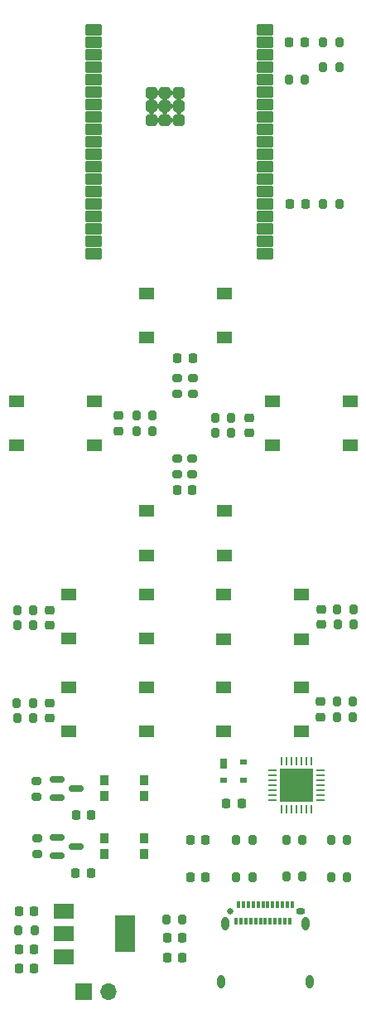
<source format=gts>
G04 #@! TF.GenerationSoftware,KiCad,Pcbnew,6.0.2+dfsg-1*
G04 #@! TF.CreationDate,2024-03-31T18:07:32+09:00*
G04 #@! TF.ProjectId,remote_controller,72656d6f-7465-45f6-936f-6e74726f6c6c,rev?*
G04 #@! TF.SameCoordinates,Original*
G04 #@! TF.FileFunction,Soldermask,Top*
G04 #@! TF.FilePolarity,Negative*
%FSLAX46Y46*%
G04 Gerber Fmt 4.6, Leading zero omitted, Abs format (unit mm)*
G04 Created by KiCad (PCBNEW 6.0.2+dfsg-1) date 2024-03-31 18:07:32*
%MOMM*%
%LPD*%
G01*
G04 APERTURE LIST*
G04 Aperture macros list*
%AMRoundRect*
0 Rectangle with rounded corners*
0 $1 Rounding radius*
0 $2 $3 $4 $5 $6 $7 $8 $9 X,Y pos of 4 corners*
0 Add a 4 corners polygon primitive as box body*
4,1,4,$2,$3,$4,$5,$6,$7,$8,$9,$2,$3,0*
0 Add four circle primitives for the rounded corners*
1,1,$1+$1,$2,$3*
1,1,$1+$1,$4,$5*
1,1,$1+$1,$6,$7*
1,1,$1+$1,$8,$9*
0 Add four rect primitives between the rounded corners*
20,1,$1+$1,$2,$3,$4,$5,0*
20,1,$1+$1,$4,$5,$6,$7,0*
20,1,$1+$1,$6,$7,$8,$9,0*
20,1,$1+$1,$8,$9,$2,$3,0*%
G04 Aperture macros list end*
%ADD10RoundRect,0.200000X-0.200000X-0.275000X0.200000X-0.275000X0.200000X0.275000X-0.200000X0.275000X0*%
%ADD11RoundRect,0.062500X-0.337500X-0.062500X0.337500X-0.062500X0.337500X0.062500X-0.337500X0.062500X0*%
%ADD12RoundRect,0.062500X-0.062500X-0.337500X0.062500X-0.337500X0.062500X0.337500X-0.062500X0.337500X0*%
%ADD13R,3.350000X3.350000*%
%ADD14RoundRect,0.200000X0.200000X0.275000X-0.200000X0.275000X-0.200000X-0.275000X0.200000X-0.275000X0*%
%ADD15RoundRect,0.218750X-0.256250X0.218750X-0.256250X-0.218750X0.256250X-0.218750X0.256250X0.218750X0*%
%ADD16R,0.900000X1.000000*%
%ADD17RoundRect,0.225000X0.225000X0.250000X-0.225000X0.250000X-0.225000X-0.250000X0.225000X-0.250000X0*%
%ADD18R,1.550000X1.300000*%
%ADD19R,2.000000X1.500000*%
%ADD20R,2.000000X3.800000*%
%ADD21R,0.700000X1.000000*%
%ADD22R,0.700000X0.600000*%
%ADD23RoundRect,0.200000X-0.275000X0.200000X-0.275000X-0.200000X0.275000X-0.200000X0.275000X0.200000X0*%
%ADD24RoundRect,0.218750X0.218750X0.256250X-0.218750X0.256250X-0.218750X-0.256250X0.218750X-0.256250X0*%
%ADD25RoundRect,0.200000X0.275000X-0.200000X0.275000X0.200000X-0.275000X0.200000X-0.275000X-0.200000X0*%
%ADD26RoundRect,0.150000X-0.587500X-0.150000X0.587500X-0.150000X0.587500X0.150000X-0.587500X0.150000X0*%
%ADD27RoundRect,0.225000X-0.225000X-0.250000X0.225000X-0.250000X0.225000X0.250000X-0.225000X0.250000X0*%
%ADD28RoundRect,0.218750X-0.218750X-0.256250X0.218750X-0.256250X0.218750X0.256250X-0.218750X0.256250X0*%
%ADD29R,1.700000X1.700000*%
%ADD30O,1.700000X1.700000*%
%ADD31C,0.650000*%
%ADD32O,0.950000X0.650000*%
%ADD33R,0.300000X0.700000*%
%ADD34O,0.800000X1.400000*%
%ADD35RoundRect,0.102000X-0.750000X-0.450000X0.750000X-0.450000X0.750000X0.450000X-0.750000X0.450000X0*%
%ADD36RoundRect,0.102000X-0.450000X-0.450000X0.450000X-0.450000X0.450000X0.450000X-0.450000X0.450000X0*%
%ADD37C,0.504000*%
G04 APERTURE END LIST*
D10*
G04 #@! TO.C,R28*
X108627500Y-69340000D03*
X110277500Y-69340000D03*
G04 #@! TD*
D11*
G04 #@! TO.C,U3*
X114490000Y-105360000D03*
X114490000Y-105860000D03*
X114490000Y-106360000D03*
X114490000Y-106860000D03*
X114490000Y-107360000D03*
X114490000Y-107860000D03*
X114490000Y-108360000D03*
D12*
X115440000Y-109310000D03*
X115940000Y-109310000D03*
X116440000Y-109310000D03*
X116940000Y-109310000D03*
X117440000Y-109310000D03*
X117940000Y-109310000D03*
X118440000Y-109310000D03*
D11*
X119390000Y-108360000D03*
X119390000Y-107860000D03*
X119390000Y-107360000D03*
X119390000Y-106860000D03*
X119390000Y-106360000D03*
X119390000Y-105860000D03*
X119390000Y-105360000D03*
D12*
X118440000Y-104410000D03*
X117940000Y-104410000D03*
X117440000Y-104410000D03*
X116940000Y-104410000D03*
X116440000Y-104410000D03*
X115940000Y-104410000D03*
X115440000Y-104410000D03*
D13*
X116940000Y-106860000D03*
G04 #@! TD*
D14*
G04 #@! TO.C,R29*
X122780000Y-88912500D03*
X121130000Y-88912500D03*
G04 #@! TD*
D15*
G04 #@! TO.C,D13*
X119440000Y-98362500D03*
X119440000Y-99937500D03*
G04 #@! TD*
D16*
G04 #@! TO.C,IO0*
X101380000Y-112330000D03*
X97280000Y-112330000D03*
X101380000Y-113930000D03*
X97280000Y-113930000D03*
G04 #@! TD*
D17*
G04 #@! TO.C,C1*
X90130000Y-119760000D03*
X88580000Y-119760000D03*
G04 #@! TD*
D18*
G04 #@! TO.C,OPT2*
X117455000Y-96880000D03*
X109505000Y-96880000D03*
X117455000Y-101380000D03*
X109505000Y-101380000D03*
G04 #@! TD*
D14*
G04 #@! TO.C,R13*
X117820000Y-34820000D03*
X116170000Y-34820000D03*
G04 #@! TD*
D17*
G04 #@! TO.C,C3*
X105265000Y-124470000D03*
X103715000Y-124470000D03*
G04 #@! TD*
D14*
G04 #@! TO.C,R8*
X121345000Y-47540000D03*
X119695000Y-47540000D03*
G04 #@! TD*
D15*
G04 #@! TO.C,D11*
X112117500Y-69340000D03*
X112117500Y-70915000D03*
G04 #@! TD*
D19*
G04 #@! TO.C,U1*
X93150000Y-119760000D03*
X93150000Y-122060000D03*
D20*
X99450000Y-122060000D03*
D19*
X93150000Y-124360000D03*
G04 #@! TD*
D10*
G04 #@! TO.C,R21*
X88400000Y-88992500D03*
X90050000Y-88992500D03*
G04 #@! TD*
D15*
G04 #@! TO.C,D9*
X91690000Y-98475000D03*
X91690000Y-100050000D03*
G04 #@! TD*
D21*
G04 #@! TO.C,D2*
X109510000Y-104690000D03*
D22*
X109510000Y-106390000D03*
X111510000Y-106390000D03*
X111510000Y-104490000D03*
G04 #@! TD*
D14*
G04 #@! TO.C,R27*
X102242500Y-69150000D03*
X100592500Y-69150000D03*
G04 #@! TD*
D18*
G04 #@! TO.C,CCW*
X101625000Y-87420000D03*
X93675000Y-87420000D03*
X101625000Y-91920000D03*
X93675000Y-91920000D03*
G04 #@! TD*
D10*
G04 #@! TO.C,R22*
X88380000Y-98480000D03*
X90030000Y-98480000D03*
G04 #@! TD*
G04 #@! TO.C,R24*
X108652500Y-70930000D03*
X110302500Y-70930000D03*
G04 #@! TD*
D23*
G04 #@! TO.C,R1*
X90400000Y-106445000D03*
X90400000Y-108095000D03*
G04 #@! TD*
D18*
G04 #@! TO.C,OPT1*
X93675000Y-96890000D03*
X101625000Y-96890000D03*
X101625000Y-101390000D03*
X93675000Y-101390000D03*
G04 #@! TD*
G04 #@! TO.C,DOWN*
X101602500Y-78885000D03*
X109552500Y-78885000D03*
X101602500Y-83385000D03*
X109552500Y-83385000D03*
G04 #@! TD*
D24*
G04 #@! TO.C,D3*
X117785000Y-31000000D03*
X116210000Y-31000000D03*
G04 #@! TD*
D25*
G04 #@! TO.C,R15*
X106340000Y-66955000D03*
X106340000Y-65305000D03*
G04 #@! TD*
D16*
G04 #@! TO.C,EN*
X97287500Y-106410000D03*
X101387500Y-106410000D03*
X101387500Y-108010000D03*
X97287500Y-108010000D03*
G04 #@! TD*
D23*
G04 #@! TO.C,R16*
X106317500Y-73490000D03*
X106317500Y-75140000D03*
G04 #@! TD*
D14*
G04 #@! TO.C,R7*
X121330000Y-31000000D03*
X119680000Y-31000000D03*
G04 #@! TD*
D18*
G04 #@! TO.C,RIGHT*
X122417500Y-67670000D03*
X114467500Y-67670000D03*
X122417500Y-72170000D03*
X114467500Y-72170000D03*
G04 #@! TD*
D26*
G04 #@! TO.C,Q2*
X92522500Y-112180000D03*
X92522500Y-114080000D03*
X94397500Y-113130000D03*
G04 #@! TD*
D27*
G04 #@! TO.C,C7*
X106120000Y-116240000D03*
X107670000Y-116240000D03*
G04 #@! TD*
G04 #@! TO.C,C5*
X94400000Y-109930000D03*
X95950000Y-109930000D03*
G04 #@! TD*
G04 #@! TO.C,C8*
X106130000Y-112440000D03*
X107680000Y-112440000D03*
G04 #@! TD*
D28*
G04 #@! TO.C,D6*
X104760000Y-63290000D03*
X106335000Y-63290000D03*
G04 #@! TD*
D29*
G04 #@! TO.C,J1*
X95190000Y-127920000D03*
D30*
X97730000Y-127920000D03*
G04 #@! TD*
D28*
G04 #@! TO.C,D7*
X104742500Y-76695000D03*
X106317500Y-76695000D03*
G04 #@! TD*
D14*
G04 #@! TO.C,R23*
X102262500Y-70730000D03*
X100612500Y-70730000D03*
G04 #@! TD*
D31*
G04 #@! TO.C,J2*
X110180000Y-119760000D03*
D32*
X117380000Y-119760000D03*
D33*
X111030000Y-119100000D03*
X111530000Y-119100000D03*
X112030000Y-119100000D03*
X112530000Y-119100000D03*
X113030000Y-119100000D03*
X113530000Y-119100000D03*
X114030000Y-119100000D03*
X114530000Y-119100000D03*
X115030000Y-119100000D03*
X115530000Y-119100000D03*
X116030000Y-119100000D03*
X116530000Y-119100000D03*
X116280000Y-120800000D03*
X115780000Y-120800000D03*
X115280000Y-120800000D03*
X114780000Y-120800000D03*
X114280000Y-120800000D03*
X113780000Y-120800000D03*
X113280000Y-120800000D03*
X112780000Y-120800000D03*
X112280000Y-120800000D03*
X111780000Y-120800000D03*
X111280000Y-120800000D03*
X110780000Y-120800000D03*
D34*
X109290000Y-126960000D03*
X118270000Y-126960000D03*
X109650000Y-121010000D03*
X117910000Y-121010000D03*
G04 #@! TD*
D10*
G04 #@! TO.C,R11*
X115905000Y-112460000D03*
X117555000Y-112460000D03*
G04 #@! TD*
D23*
G04 #@! TO.C,R20*
X104747500Y-73485000D03*
X104747500Y-75135000D03*
G04 #@! TD*
D14*
G04 #@! TO.C,R6*
X122120000Y-112430000D03*
X120470000Y-112430000D03*
G04 #@! TD*
D10*
G04 #@! TO.C,R18*
X88390000Y-100060000D03*
X90040000Y-100060000D03*
G04 #@! TD*
D18*
G04 #@! TO.C,UPPER*
X101625000Y-56670000D03*
X109575000Y-56670000D03*
X109575000Y-61170000D03*
X101625000Y-61170000D03*
G04 #@! TD*
D15*
G04 #@! TO.C,D10*
X98727500Y-69152500D03*
X98727500Y-70727500D03*
G04 #@! TD*
D25*
G04 #@! TO.C,R19*
X104770000Y-66955000D03*
X104770000Y-65305000D03*
G04 #@! TD*
D14*
G04 #@! TO.C,R5*
X112465000Y-112470000D03*
X110815000Y-112470000D03*
G04 #@! TD*
D26*
G04 #@! TO.C,Q1*
X92522500Y-106270000D03*
X92522500Y-108170000D03*
X94397500Y-107220000D03*
G04 #@! TD*
D10*
G04 #@! TO.C,R4*
X103635000Y-120560000D03*
X105285000Y-120560000D03*
G04 #@! TD*
D18*
G04 #@! TO.C,CW*
X109475000Y-87440000D03*
X117425000Y-87440000D03*
X109475000Y-91940000D03*
X117425000Y-91940000D03*
G04 #@! TD*
D15*
G04 #@! TO.C,D12*
X119500000Y-88915000D03*
X119500000Y-90490000D03*
G04 #@! TD*
D23*
G04 #@! TO.C,R2*
X90450000Y-112275000D03*
X90450000Y-113925000D03*
G04 #@! TD*
D24*
G04 #@! TO.C,D4*
X117870000Y-47510000D03*
X116295000Y-47510000D03*
G04 #@! TD*
D14*
G04 #@! TO.C,R25*
X122805000Y-90492500D03*
X121155000Y-90492500D03*
G04 #@! TD*
D17*
G04 #@! TO.C,C2*
X105270000Y-122480000D03*
X103720000Y-122480000D03*
G04 #@! TD*
D35*
G04 #@! TO.C,U2*
X96250000Y-29740000D03*
X96250000Y-31010000D03*
X96250000Y-32280000D03*
X96250000Y-33550000D03*
X96250000Y-34820000D03*
X96250000Y-36090000D03*
X96250000Y-37360000D03*
X96250000Y-38630000D03*
X96250000Y-39900000D03*
X96250000Y-41170000D03*
X96250000Y-42440000D03*
X96250000Y-43710000D03*
X96250000Y-44980000D03*
X96250000Y-46250000D03*
X96250000Y-47520000D03*
X96250000Y-48790000D03*
X96250000Y-50060000D03*
X96250000Y-51330000D03*
X96250000Y-52600000D03*
X113750000Y-52600000D03*
X113750000Y-51330000D03*
X113750000Y-50060000D03*
X113750000Y-48790000D03*
X113750000Y-47520000D03*
X113750000Y-46250000D03*
X113750000Y-44980000D03*
X113750000Y-43710000D03*
X113750000Y-42440000D03*
X113750000Y-41170000D03*
X113750000Y-39900000D03*
X113750000Y-38630000D03*
X113750000Y-37360000D03*
X113750000Y-36090000D03*
X113750000Y-34820000D03*
X113750000Y-33550000D03*
X113750000Y-32280000D03*
X113750000Y-31010000D03*
X113750000Y-29740000D03*
D36*
X102100000Y-37540000D03*
X103500000Y-37540000D03*
X104900000Y-37540000D03*
X102100000Y-36140000D03*
X103500000Y-36140000D03*
X104900000Y-36140000D03*
X102100000Y-38940000D03*
X103500000Y-38940000D03*
X104900000Y-38940000D03*
D37*
X104900000Y-36840000D03*
X103500000Y-36840000D03*
X102100000Y-36840000D03*
X102100000Y-38240000D03*
X103500000Y-38240000D03*
X104900000Y-38240000D03*
X104200000Y-36140000D03*
X102800000Y-36140000D03*
X104200000Y-37540000D03*
X102800000Y-37540000D03*
X102800000Y-38940000D03*
X104200000Y-38940000D03*
G04 #@! TD*
D18*
G04 #@! TO.C,LEFT*
X88312500Y-67660000D03*
X96262500Y-67660000D03*
X88312500Y-72160000D03*
X96262500Y-72160000D03*
G04 #@! TD*
D14*
G04 #@! TO.C,R26*
X122750000Y-99940000D03*
X121100000Y-99940000D03*
G04 #@! TD*
D28*
G04 #@! TO.C,D1*
X88562500Y-123660000D03*
X90137500Y-123660000D03*
G04 #@! TD*
D27*
G04 #@! TO.C,C6*
X94390000Y-115830000D03*
X95940000Y-115830000D03*
G04 #@! TD*
D10*
G04 #@! TO.C,R9*
X110800000Y-116240000D03*
X112450000Y-116240000D03*
G04 #@! TD*
G04 #@! TO.C,R17*
X88410000Y-90562500D03*
X90060000Y-90562500D03*
G04 #@! TD*
D14*
G04 #@! TO.C,R30*
X122750000Y-98360000D03*
X121100000Y-98360000D03*
G04 #@! TD*
D28*
G04 #@! TO.C,D5*
X109782500Y-108770000D03*
X111357500Y-108770000D03*
G04 #@! TD*
D14*
G04 #@! TO.C,R3*
X90180000Y-121700000D03*
X88530000Y-121700000D03*
G04 #@! TD*
G04 #@! TO.C,R14*
X121350000Y-33550000D03*
X119700000Y-33550000D03*
G04 #@! TD*
D15*
G04 #@! TO.C,D8*
X91690000Y-89002500D03*
X91690000Y-90577500D03*
G04 #@! TD*
D14*
G04 #@! TO.C,R10*
X122135000Y-116270000D03*
X120485000Y-116270000D03*
G04 #@! TD*
D17*
G04 #@! TO.C,C4*
X90130000Y-125620000D03*
X88580000Y-125620000D03*
G04 #@! TD*
D14*
G04 #@! TO.C,R12*
X117565000Y-116220000D03*
X115915000Y-116220000D03*
G04 #@! TD*
M02*

</source>
